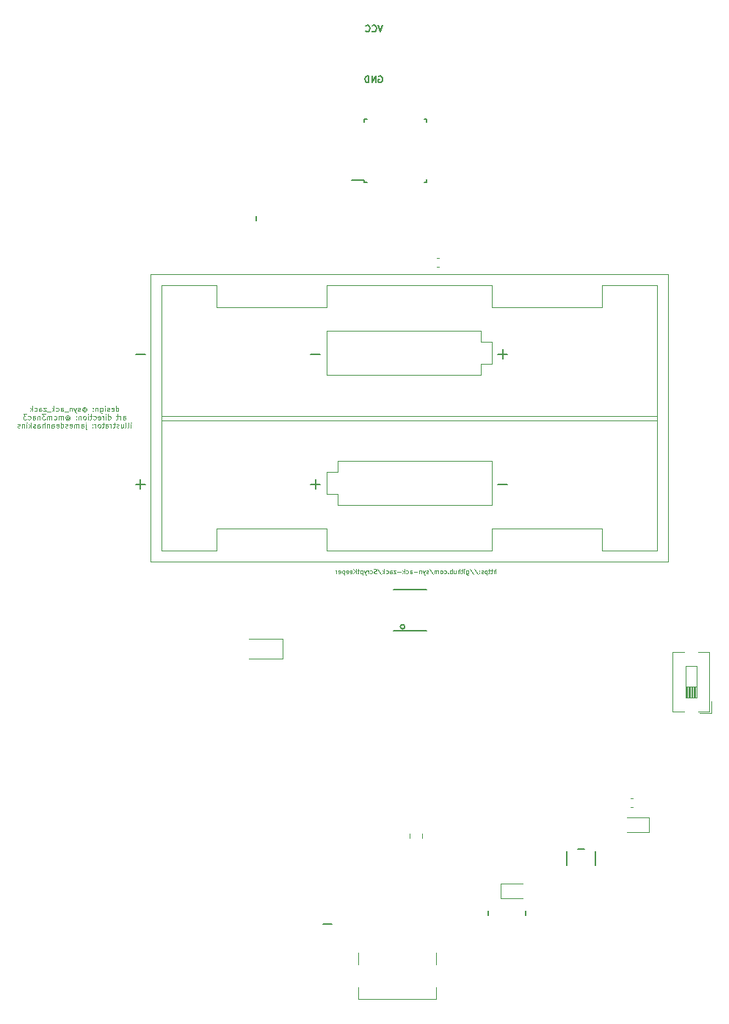
<source format=gbr>
G04 #@! TF.GenerationSoftware,KiCad,Pcbnew,(5.1.10)-1*
G04 #@! TF.CreationDate,2021-10-13T01:49:27-04:00*
G04 #@! TF.ProjectId,ScryptKeeper,53637279-7074-44b6-9565-7065722e6b69,rev?*
G04 #@! TF.SameCoordinates,Original*
G04 #@! TF.FileFunction,Legend,Bot*
G04 #@! TF.FilePolarity,Positive*
%FSLAX46Y46*%
G04 Gerber Fmt 4.6, Leading zero omitted, Abs format (unit mm)*
G04 Created by KiCad (PCBNEW (5.1.10)-1) date 2021-10-13 01:49:27*
%MOMM*%
%LPD*%
G01*
G04 APERTURE LIST*
%ADD10C,0.025000*%
%ADD11C,0.045000*%
%ADD12C,0.120000*%
%ADD13C,0.150000*%
%ADD14C,0.203200*%
%ADD15C,0.101600*%
G04 APERTURE END LIST*
D10*
X80334285Y-106906190D02*
X80334285Y-106406190D01*
X80120000Y-106906190D02*
X80120000Y-106644285D01*
X80143809Y-106596666D01*
X80191428Y-106572857D01*
X80262857Y-106572857D01*
X80310476Y-106596666D01*
X80334285Y-106620476D01*
X79953333Y-106572857D02*
X79762857Y-106572857D01*
X79881904Y-106406190D02*
X79881904Y-106834761D01*
X79858095Y-106882380D01*
X79810476Y-106906190D01*
X79762857Y-106906190D01*
X79667619Y-106572857D02*
X79477142Y-106572857D01*
X79596190Y-106406190D02*
X79596190Y-106834761D01*
X79572380Y-106882380D01*
X79524761Y-106906190D01*
X79477142Y-106906190D01*
X79310476Y-106572857D02*
X79310476Y-107072857D01*
X79310476Y-106596666D02*
X79262857Y-106572857D01*
X79167619Y-106572857D01*
X79120000Y-106596666D01*
X79096190Y-106620476D01*
X79072380Y-106668095D01*
X79072380Y-106810952D01*
X79096190Y-106858571D01*
X79120000Y-106882380D01*
X79167619Y-106906190D01*
X79262857Y-106906190D01*
X79310476Y-106882380D01*
X78881904Y-106882380D02*
X78834285Y-106906190D01*
X78739047Y-106906190D01*
X78691428Y-106882380D01*
X78667619Y-106834761D01*
X78667619Y-106810952D01*
X78691428Y-106763333D01*
X78739047Y-106739523D01*
X78810476Y-106739523D01*
X78858095Y-106715714D01*
X78881904Y-106668095D01*
X78881904Y-106644285D01*
X78858095Y-106596666D01*
X78810476Y-106572857D01*
X78739047Y-106572857D01*
X78691428Y-106596666D01*
X78453333Y-106858571D02*
X78429523Y-106882380D01*
X78453333Y-106906190D01*
X78477142Y-106882380D01*
X78453333Y-106858571D01*
X78453333Y-106906190D01*
X78453333Y-106596666D02*
X78429523Y-106620476D01*
X78453333Y-106644285D01*
X78477142Y-106620476D01*
X78453333Y-106596666D01*
X78453333Y-106644285D01*
X77858095Y-106382380D02*
X78286666Y-107025238D01*
X77334285Y-106382380D02*
X77762857Y-107025238D01*
X76953333Y-106572857D02*
X76953333Y-106977619D01*
X76977142Y-107025238D01*
X77000952Y-107049047D01*
X77048571Y-107072857D01*
X77120000Y-107072857D01*
X77167619Y-107049047D01*
X76953333Y-106882380D02*
X77000952Y-106906190D01*
X77096190Y-106906190D01*
X77143809Y-106882380D01*
X77167619Y-106858571D01*
X77191428Y-106810952D01*
X77191428Y-106668095D01*
X77167619Y-106620476D01*
X77143809Y-106596666D01*
X77096190Y-106572857D01*
X77000952Y-106572857D01*
X76953333Y-106596666D01*
X76715238Y-106906190D02*
X76715238Y-106572857D01*
X76715238Y-106406190D02*
X76739047Y-106430000D01*
X76715238Y-106453809D01*
X76691428Y-106430000D01*
X76715238Y-106406190D01*
X76715238Y-106453809D01*
X76548571Y-106572857D02*
X76358095Y-106572857D01*
X76477142Y-106406190D02*
X76477142Y-106834761D01*
X76453333Y-106882380D01*
X76405714Y-106906190D01*
X76358095Y-106906190D01*
X76191428Y-106906190D02*
X76191428Y-106406190D01*
X75977142Y-106906190D02*
X75977142Y-106644285D01*
X76000952Y-106596666D01*
X76048571Y-106572857D01*
X76120000Y-106572857D01*
X76167619Y-106596666D01*
X76191428Y-106620476D01*
X75524761Y-106572857D02*
X75524761Y-106906190D01*
X75739047Y-106572857D02*
X75739047Y-106834761D01*
X75715238Y-106882380D01*
X75667619Y-106906190D01*
X75596190Y-106906190D01*
X75548571Y-106882380D01*
X75524761Y-106858571D01*
X75286666Y-106906190D02*
X75286666Y-106406190D01*
X75286666Y-106596666D02*
X75239047Y-106572857D01*
X75143809Y-106572857D01*
X75096190Y-106596666D01*
X75072380Y-106620476D01*
X75048571Y-106668095D01*
X75048571Y-106810952D01*
X75072380Y-106858571D01*
X75096190Y-106882380D01*
X75143809Y-106906190D01*
X75239047Y-106906190D01*
X75286666Y-106882380D01*
X74834285Y-106858571D02*
X74810476Y-106882380D01*
X74834285Y-106906190D01*
X74858095Y-106882380D01*
X74834285Y-106858571D01*
X74834285Y-106906190D01*
X74381904Y-106882380D02*
X74429523Y-106906190D01*
X74524761Y-106906190D01*
X74572380Y-106882380D01*
X74596190Y-106858571D01*
X74620000Y-106810952D01*
X74620000Y-106668095D01*
X74596190Y-106620476D01*
X74572380Y-106596666D01*
X74524761Y-106572857D01*
X74429523Y-106572857D01*
X74381904Y-106596666D01*
X74096190Y-106906190D02*
X74143809Y-106882380D01*
X74167619Y-106858571D01*
X74191428Y-106810952D01*
X74191428Y-106668095D01*
X74167619Y-106620476D01*
X74143809Y-106596666D01*
X74096190Y-106572857D01*
X74024761Y-106572857D01*
X73977142Y-106596666D01*
X73953333Y-106620476D01*
X73929523Y-106668095D01*
X73929523Y-106810952D01*
X73953333Y-106858571D01*
X73977142Y-106882380D01*
X74024761Y-106906190D01*
X74096190Y-106906190D01*
X73715238Y-106906190D02*
X73715238Y-106572857D01*
X73715238Y-106620476D02*
X73691428Y-106596666D01*
X73643809Y-106572857D01*
X73572380Y-106572857D01*
X73524761Y-106596666D01*
X73500952Y-106644285D01*
X73500952Y-106906190D01*
X73500952Y-106644285D02*
X73477142Y-106596666D01*
X73429523Y-106572857D01*
X73358095Y-106572857D01*
X73310476Y-106596666D01*
X73286666Y-106644285D01*
X73286666Y-106906190D01*
X72691428Y-106382380D02*
X73120000Y-107025238D01*
X72548571Y-106882380D02*
X72500952Y-106906190D01*
X72405714Y-106906190D01*
X72358095Y-106882380D01*
X72334285Y-106834761D01*
X72334285Y-106810952D01*
X72358095Y-106763333D01*
X72405714Y-106739523D01*
X72477142Y-106739523D01*
X72524761Y-106715714D01*
X72548571Y-106668095D01*
X72548571Y-106644285D01*
X72524761Y-106596666D01*
X72477142Y-106572857D01*
X72405714Y-106572857D01*
X72358095Y-106596666D01*
X72167619Y-106572857D02*
X72048571Y-106906190D01*
X71929523Y-106572857D02*
X72048571Y-106906190D01*
X72096190Y-107025238D01*
X72120000Y-107049047D01*
X72167619Y-107072857D01*
X71739047Y-106572857D02*
X71739047Y-106906190D01*
X71739047Y-106620476D02*
X71715238Y-106596666D01*
X71667619Y-106572857D01*
X71596190Y-106572857D01*
X71548571Y-106596666D01*
X71524761Y-106644285D01*
X71524761Y-106906190D01*
X71286666Y-106715714D02*
X70905714Y-106715714D01*
X70453333Y-106906190D02*
X70453333Y-106644285D01*
X70477142Y-106596666D01*
X70524761Y-106572857D01*
X70620000Y-106572857D01*
X70667619Y-106596666D01*
X70453333Y-106882380D02*
X70500952Y-106906190D01*
X70620000Y-106906190D01*
X70667619Y-106882380D01*
X70691428Y-106834761D01*
X70691428Y-106787142D01*
X70667619Y-106739523D01*
X70620000Y-106715714D01*
X70500952Y-106715714D01*
X70453333Y-106691904D01*
X70000952Y-106882380D02*
X70048571Y-106906190D01*
X70143809Y-106906190D01*
X70191428Y-106882380D01*
X70215238Y-106858571D01*
X70239047Y-106810952D01*
X70239047Y-106668095D01*
X70215238Y-106620476D01*
X70191428Y-106596666D01*
X70143809Y-106572857D01*
X70048571Y-106572857D01*
X70000952Y-106596666D01*
X69786666Y-106906190D02*
X69786666Y-106406190D01*
X69739047Y-106715714D02*
X69596190Y-106906190D01*
X69596190Y-106572857D02*
X69786666Y-106763333D01*
X69381904Y-106715714D02*
X69000952Y-106715714D01*
X68810476Y-106572857D02*
X68548571Y-106572857D01*
X68810476Y-106906190D01*
X68548571Y-106906190D01*
X68143809Y-106906190D02*
X68143809Y-106644285D01*
X68167619Y-106596666D01*
X68215238Y-106572857D01*
X68310476Y-106572857D01*
X68358095Y-106596666D01*
X68143809Y-106882380D02*
X68191428Y-106906190D01*
X68310476Y-106906190D01*
X68358095Y-106882380D01*
X68381904Y-106834761D01*
X68381904Y-106787142D01*
X68358095Y-106739523D01*
X68310476Y-106715714D01*
X68191428Y-106715714D01*
X68143809Y-106691904D01*
X67691428Y-106882380D02*
X67739047Y-106906190D01*
X67834285Y-106906190D01*
X67881904Y-106882380D01*
X67905714Y-106858571D01*
X67929523Y-106810952D01*
X67929523Y-106668095D01*
X67905714Y-106620476D01*
X67881904Y-106596666D01*
X67834285Y-106572857D01*
X67739047Y-106572857D01*
X67691428Y-106596666D01*
X67477142Y-106906190D02*
X67477142Y-106406190D01*
X67429523Y-106715714D02*
X67286666Y-106906190D01*
X67286666Y-106572857D02*
X67477142Y-106763333D01*
X66715238Y-106382380D02*
X67143809Y-107025238D01*
X66572380Y-106882380D02*
X66500952Y-106906190D01*
X66381904Y-106906190D01*
X66334285Y-106882380D01*
X66310476Y-106858571D01*
X66286666Y-106810952D01*
X66286666Y-106763333D01*
X66310476Y-106715714D01*
X66334285Y-106691904D01*
X66381904Y-106668095D01*
X66477142Y-106644285D01*
X66524761Y-106620476D01*
X66548571Y-106596666D01*
X66572380Y-106549047D01*
X66572380Y-106501428D01*
X66548571Y-106453809D01*
X66524761Y-106430000D01*
X66477142Y-106406190D01*
X66358095Y-106406190D01*
X66286666Y-106430000D01*
X65858095Y-106882380D02*
X65905714Y-106906190D01*
X66000952Y-106906190D01*
X66048571Y-106882380D01*
X66072380Y-106858571D01*
X66096190Y-106810952D01*
X66096190Y-106668095D01*
X66072380Y-106620476D01*
X66048571Y-106596666D01*
X66000952Y-106572857D01*
X65905714Y-106572857D01*
X65858095Y-106596666D01*
X65643809Y-106906190D02*
X65643809Y-106572857D01*
X65643809Y-106668095D02*
X65620000Y-106620476D01*
X65596190Y-106596666D01*
X65548571Y-106572857D01*
X65500952Y-106572857D01*
X65381904Y-106572857D02*
X65262857Y-106906190D01*
X65143809Y-106572857D02*
X65262857Y-106906190D01*
X65310476Y-107025238D01*
X65334285Y-107049047D01*
X65381904Y-107072857D01*
X64953333Y-106572857D02*
X64953333Y-107072857D01*
X64953333Y-106596666D02*
X64905714Y-106572857D01*
X64810476Y-106572857D01*
X64762857Y-106596666D01*
X64739047Y-106620476D01*
X64715238Y-106668095D01*
X64715238Y-106810952D01*
X64739047Y-106858571D01*
X64762857Y-106882380D01*
X64810476Y-106906190D01*
X64905714Y-106906190D01*
X64953333Y-106882380D01*
X64572380Y-106572857D02*
X64381904Y-106572857D01*
X64500952Y-106406190D02*
X64500952Y-106834761D01*
X64477142Y-106882380D01*
X64429523Y-106906190D01*
X64381904Y-106906190D01*
X64215238Y-106906190D02*
X64215238Y-106406190D01*
X63929523Y-106906190D02*
X64143809Y-106620476D01*
X63929523Y-106406190D02*
X64215238Y-106691904D01*
X63524761Y-106882380D02*
X63572380Y-106906190D01*
X63667619Y-106906190D01*
X63715238Y-106882380D01*
X63739047Y-106834761D01*
X63739047Y-106644285D01*
X63715238Y-106596666D01*
X63667619Y-106572857D01*
X63572380Y-106572857D01*
X63524761Y-106596666D01*
X63500952Y-106644285D01*
X63500952Y-106691904D01*
X63739047Y-106739523D01*
X63096190Y-106882380D02*
X63143809Y-106906190D01*
X63239047Y-106906190D01*
X63286666Y-106882380D01*
X63310476Y-106834761D01*
X63310476Y-106644285D01*
X63286666Y-106596666D01*
X63239047Y-106572857D01*
X63143809Y-106572857D01*
X63096190Y-106596666D01*
X63072380Y-106644285D01*
X63072380Y-106691904D01*
X63310476Y-106739523D01*
X62858095Y-106572857D02*
X62858095Y-107072857D01*
X62858095Y-106596666D02*
X62810476Y-106572857D01*
X62715238Y-106572857D01*
X62667619Y-106596666D01*
X62643809Y-106620476D01*
X62620000Y-106668095D01*
X62620000Y-106810952D01*
X62643809Y-106858571D01*
X62667619Y-106882380D01*
X62715238Y-106906190D01*
X62810476Y-106906190D01*
X62858095Y-106882380D01*
X62215238Y-106882380D02*
X62262857Y-106906190D01*
X62358095Y-106906190D01*
X62405714Y-106882380D01*
X62429523Y-106834761D01*
X62429523Y-106644285D01*
X62405714Y-106596666D01*
X62358095Y-106572857D01*
X62262857Y-106572857D01*
X62215238Y-106596666D01*
X62191428Y-106644285D01*
X62191428Y-106691904D01*
X62429523Y-106739523D01*
X61977142Y-106906190D02*
X61977142Y-106572857D01*
X61977142Y-106668095D02*
X61953333Y-106620476D01*
X61929523Y-106596666D01*
X61881904Y-106572857D01*
X61834285Y-106572857D01*
D11*
X36550000Y-88226428D02*
X36550000Y-87626428D01*
X36550000Y-88197857D02*
X36607142Y-88226428D01*
X36721428Y-88226428D01*
X36778571Y-88197857D01*
X36807142Y-88169285D01*
X36835714Y-88112142D01*
X36835714Y-87940714D01*
X36807142Y-87883571D01*
X36778571Y-87855000D01*
X36721428Y-87826428D01*
X36607142Y-87826428D01*
X36550000Y-87855000D01*
X36035714Y-88197857D02*
X36092857Y-88226428D01*
X36207142Y-88226428D01*
X36264285Y-88197857D01*
X36292857Y-88140714D01*
X36292857Y-87912142D01*
X36264285Y-87855000D01*
X36207142Y-87826428D01*
X36092857Y-87826428D01*
X36035714Y-87855000D01*
X36007142Y-87912142D01*
X36007142Y-87969285D01*
X36292857Y-88026428D01*
X35778571Y-88197857D02*
X35721428Y-88226428D01*
X35607142Y-88226428D01*
X35550000Y-88197857D01*
X35521428Y-88140714D01*
X35521428Y-88112142D01*
X35550000Y-88055000D01*
X35607142Y-88026428D01*
X35692857Y-88026428D01*
X35750000Y-87997857D01*
X35778571Y-87940714D01*
X35778571Y-87912142D01*
X35750000Y-87855000D01*
X35692857Y-87826428D01*
X35607142Y-87826428D01*
X35550000Y-87855000D01*
X35264285Y-88226428D02*
X35264285Y-87826428D01*
X35264285Y-87626428D02*
X35292857Y-87655000D01*
X35264285Y-87683571D01*
X35235714Y-87655000D01*
X35264285Y-87626428D01*
X35264285Y-87683571D01*
X34721428Y-87826428D02*
X34721428Y-88312142D01*
X34750000Y-88369285D01*
X34778571Y-88397857D01*
X34835714Y-88426428D01*
X34921428Y-88426428D01*
X34978571Y-88397857D01*
X34721428Y-88197857D02*
X34778571Y-88226428D01*
X34892857Y-88226428D01*
X34950000Y-88197857D01*
X34978571Y-88169285D01*
X35007142Y-88112142D01*
X35007142Y-87940714D01*
X34978571Y-87883571D01*
X34950000Y-87855000D01*
X34892857Y-87826428D01*
X34778571Y-87826428D01*
X34721428Y-87855000D01*
X34435714Y-87826428D02*
X34435714Y-88226428D01*
X34435714Y-87883571D02*
X34407142Y-87855000D01*
X34350000Y-87826428D01*
X34264285Y-87826428D01*
X34207142Y-87855000D01*
X34178571Y-87912142D01*
X34178571Y-88226428D01*
X33892857Y-88169285D02*
X33864285Y-88197857D01*
X33892857Y-88226428D01*
X33921428Y-88197857D01*
X33892857Y-88169285D01*
X33892857Y-88226428D01*
X33892857Y-87855000D02*
X33864285Y-87883571D01*
X33892857Y-87912142D01*
X33921428Y-87883571D01*
X33892857Y-87855000D01*
X33892857Y-87912142D01*
X32778571Y-87940714D02*
X32807142Y-87912142D01*
X32864285Y-87883571D01*
X32921428Y-87883571D01*
X32978571Y-87912142D01*
X33007142Y-87940714D01*
X33035714Y-87997857D01*
X33035714Y-88055000D01*
X33007142Y-88112142D01*
X32978571Y-88140714D01*
X32921428Y-88169285D01*
X32864285Y-88169285D01*
X32807142Y-88140714D01*
X32778571Y-88112142D01*
X32778571Y-87883571D02*
X32778571Y-88112142D01*
X32750000Y-88140714D01*
X32721428Y-88140714D01*
X32664285Y-88112142D01*
X32635714Y-88055000D01*
X32635714Y-87912142D01*
X32692857Y-87826428D01*
X32778571Y-87769285D01*
X32892857Y-87740714D01*
X33007142Y-87769285D01*
X33092857Y-87826428D01*
X33150000Y-87912142D01*
X33178571Y-88026428D01*
X33150000Y-88140714D01*
X33092857Y-88226428D01*
X33007142Y-88283571D01*
X32892857Y-88312142D01*
X32778571Y-88283571D01*
X32692857Y-88226428D01*
X32407142Y-88197857D02*
X32350000Y-88226428D01*
X32235714Y-88226428D01*
X32178571Y-88197857D01*
X32150000Y-88140714D01*
X32150000Y-88112142D01*
X32178571Y-88055000D01*
X32235714Y-88026428D01*
X32321428Y-88026428D01*
X32378571Y-87997857D01*
X32407142Y-87940714D01*
X32407142Y-87912142D01*
X32378571Y-87855000D01*
X32321428Y-87826428D01*
X32235714Y-87826428D01*
X32178571Y-87855000D01*
X31950000Y-87826428D02*
X31807142Y-88226428D01*
X31664285Y-87826428D02*
X31807142Y-88226428D01*
X31864285Y-88369285D01*
X31892857Y-88397857D01*
X31950000Y-88426428D01*
X31435714Y-87826428D02*
X31435714Y-88226428D01*
X31435714Y-87883571D02*
X31407142Y-87855000D01*
X31350000Y-87826428D01*
X31264285Y-87826428D01*
X31207142Y-87855000D01*
X31178571Y-87912142D01*
X31178571Y-88226428D01*
X31035714Y-88283571D02*
X30578571Y-88283571D01*
X30178571Y-88226428D02*
X30178571Y-87912142D01*
X30207142Y-87855000D01*
X30264285Y-87826428D01*
X30378571Y-87826428D01*
X30435714Y-87855000D01*
X30178571Y-88197857D02*
X30235714Y-88226428D01*
X30378571Y-88226428D01*
X30435714Y-88197857D01*
X30464285Y-88140714D01*
X30464285Y-88083571D01*
X30435714Y-88026428D01*
X30378571Y-87997857D01*
X30235714Y-87997857D01*
X30178571Y-87969285D01*
X29635714Y-88197857D02*
X29692857Y-88226428D01*
X29807142Y-88226428D01*
X29864285Y-88197857D01*
X29892857Y-88169285D01*
X29921428Y-88112142D01*
X29921428Y-87940714D01*
X29892857Y-87883571D01*
X29864285Y-87855000D01*
X29807142Y-87826428D01*
X29692857Y-87826428D01*
X29635714Y-87855000D01*
X29378571Y-88226428D02*
X29378571Y-87626428D01*
X29321428Y-87997857D02*
X29150000Y-88226428D01*
X29150000Y-87826428D02*
X29378571Y-88055000D01*
X29035714Y-88283571D02*
X28578571Y-88283571D01*
X28492857Y-87826428D02*
X28178571Y-87826428D01*
X28492857Y-88226428D01*
X28178571Y-88226428D01*
X27692857Y-88226428D02*
X27692857Y-87912142D01*
X27721428Y-87855000D01*
X27778571Y-87826428D01*
X27892857Y-87826428D01*
X27950000Y-87855000D01*
X27692857Y-88197857D02*
X27750000Y-88226428D01*
X27892857Y-88226428D01*
X27950000Y-88197857D01*
X27978571Y-88140714D01*
X27978571Y-88083571D01*
X27950000Y-88026428D01*
X27892857Y-87997857D01*
X27750000Y-87997857D01*
X27692857Y-87969285D01*
X27150000Y-88197857D02*
X27207142Y-88226428D01*
X27321428Y-88226428D01*
X27378571Y-88197857D01*
X27407142Y-88169285D01*
X27435714Y-88112142D01*
X27435714Y-87940714D01*
X27407142Y-87883571D01*
X27378571Y-87855000D01*
X27321428Y-87826428D01*
X27207142Y-87826428D01*
X27150000Y-87855000D01*
X26892857Y-88226428D02*
X26892857Y-87626428D01*
X26835714Y-87997857D02*
X26664285Y-88226428D01*
X26664285Y-87826428D02*
X26892857Y-88055000D01*
X37364285Y-89171428D02*
X37364285Y-88857142D01*
X37392857Y-88800000D01*
X37450000Y-88771428D01*
X37564285Y-88771428D01*
X37621428Y-88800000D01*
X37364285Y-89142857D02*
X37421428Y-89171428D01*
X37564285Y-89171428D01*
X37621428Y-89142857D01*
X37650000Y-89085714D01*
X37650000Y-89028571D01*
X37621428Y-88971428D01*
X37564285Y-88942857D01*
X37421428Y-88942857D01*
X37364285Y-88914285D01*
X37078571Y-89171428D02*
X37078571Y-88771428D01*
X37078571Y-88885714D02*
X37050000Y-88828571D01*
X37021428Y-88800000D01*
X36964285Y-88771428D01*
X36907142Y-88771428D01*
X36792857Y-88771428D02*
X36564285Y-88771428D01*
X36707142Y-88571428D02*
X36707142Y-89085714D01*
X36678571Y-89142857D01*
X36621428Y-89171428D01*
X36564285Y-89171428D01*
X35650000Y-89171428D02*
X35650000Y-88571428D01*
X35650000Y-89142857D02*
X35707142Y-89171428D01*
X35821428Y-89171428D01*
X35878571Y-89142857D01*
X35907142Y-89114285D01*
X35935714Y-89057142D01*
X35935714Y-88885714D01*
X35907142Y-88828571D01*
X35878571Y-88800000D01*
X35821428Y-88771428D01*
X35707142Y-88771428D01*
X35650000Y-88800000D01*
X35364285Y-89171428D02*
X35364285Y-88771428D01*
X35364285Y-88571428D02*
X35392857Y-88600000D01*
X35364285Y-88628571D01*
X35335714Y-88600000D01*
X35364285Y-88571428D01*
X35364285Y-88628571D01*
X35078571Y-89171428D02*
X35078571Y-88771428D01*
X35078571Y-88885714D02*
X35050000Y-88828571D01*
X35021428Y-88800000D01*
X34964285Y-88771428D01*
X34907142Y-88771428D01*
X34478571Y-89142857D02*
X34535714Y-89171428D01*
X34650000Y-89171428D01*
X34707142Y-89142857D01*
X34735714Y-89085714D01*
X34735714Y-88857142D01*
X34707142Y-88800000D01*
X34650000Y-88771428D01*
X34535714Y-88771428D01*
X34478571Y-88800000D01*
X34450000Y-88857142D01*
X34450000Y-88914285D01*
X34735714Y-88971428D01*
X33935714Y-89142857D02*
X33992857Y-89171428D01*
X34107142Y-89171428D01*
X34164285Y-89142857D01*
X34192857Y-89114285D01*
X34221428Y-89057142D01*
X34221428Y-88885714D01*
X34192857Y-88828571D01*
X34164285Y-88800000D01*
X34107142Y-88771428D01*
X33992857Y-88771428D01*
X33935714Y-88800000D01*
X33764285Y-88771428D02*
X33535714Y-88771428D01*
X33678571Y-88571428D02*
X33678571Y-89085714D01*
X33650000Y-89142857D01*
X33592857Y-89171428D01*
X33535714Y-89171428D01*
X33335714Y-89171428D02*
X33335714Y-88771428D01*
X33335714Y-88571428D02*
X33364285Y-88600000D01*
X33335714Y-88628571D01*
X33307142Y-88600000D01*
X33335714Y-88571428D01*
X33335714Y-88628571D01*
X32964285Y-89171428D02*
X33021428Y-89142857D01*
X33050000Y-89114285D01*
X33078571Y-89057142D01*
X33078571Y-88885714D01*
X33050000Y-88828571D01*
X33021428Y-88800000D01*
X32964285Y-88771428D01*
X32878571Y-88771428D01*
X32821428Y-88800000D01*
X32792857Y-88828571D01*
X32764285Y-88885714D01*
X32764285Y-89057142D01*
X32792857Y-89114285D01*
X32821428Y-89142857D01*
X32878571Y-89171428D01*
X32964285Y-89171428D01*
X32507142Y-88771428D02*
X32507142Y-89171428D01*
X32507142Y-88828571D02*
X32478571Y-88800000D01*
X32421428Y-88771428D01*
X32335714Y-88771428D01*
X32278571Y-88800000D01*
X32250000Y-88857142D01*
X32250000Y-89171428D01*
X31964285Y-89114285D02*
X31935714Y-89142857D01*
X31964285Y-89171428D01*
X31992857Y-89142857D01*
X31964285Y-89114285D01*
X31964285Y-89171428D01*
X31964285Y-88800000D02*
X31935714Y-88828571D01*
X31964285Y-88857142D01*
X31992857Y-88828571D01*
X31964285Y-88800000D01*
X31964285Y-88857142D01*
X30850000Y-88885714D02*
X30878571Y-88857142D01*
X30935714Y-88828571D01*
X30992857Y-88828571D01*
X31050000Y-88857142D01*
X31078571Y-88885714D01*
X31107142Y-88942857D01*
X31107142Y-89000000D01*
X31078571Y-89057142D01*
X31050000Y-89085714D01*
X30992857Y-89114285D01*
X30935714Y-89114285D01*
X30878571Y-89085714D01*
X30850000Y-89057142D01*
X30850000Y-88828571D02*
X30850000Y-89057142D01*
X30821428Y-89085714D01*
X30792857Y-89085714D01*
X30735714Y-89057142D01*
X30707142Y-89000000D01*
X30707142Y-88857142D01*
X30764285Y-88771428D01*
X30850000Y-88714285D01*
X30964285Y-88685714D01*
X31078571Y-88714285D01*
X31164285Y-88771428D01*
X31221428Y-88857142D01*
X31250000Y-88971428D01*
X31221428Y-89085714D01*
X31164285Y-89171428D01*
X31078571Y-89228571D01*
X30964285Y-89257142D01*
X30850000Y-89228571D01*
X30764285Y-89171428D01*
X30450000Y-89171428D02*
X30450000Y-88771428D01*
X30450000Y-88828571D02*
X30421428Y-88800000D01*
X30364285Y-88771428D01*
X30278571Y-88771428D01*
X30221428Y-88800000D01*
X30192857Y-88857142D01*
X30192857Y-89171428D01*
X30192857Y-88857142D02*
X30164285Y-88800000D01*
X30107142Y-88771428D01*
X30021428Y-88771428D01*
X29964285Y-88800000D01*
X29935714Y-88857142D01*
X29935714Y-89171428D01*
X29392857Y-89142857D02*
X29450000Y-89171428D01*
X29564285Y-89171428D01*
X29621428Y-89142857D01*
X29650000Y-89114285D01*
X29678571Y-89057142D01*
X29678571Y-88885714D01*
X29650000Y-88828571D01*
X29621428Y-88800000D01*
X29564285Y-88771428D01*
X29450000Y-88771428D01*
X29392857Y-88800000D01*
X29135714Y-89171428D02*
X29135714Y-88771428D01*
X29135714Y-88828571D02*
X29107142Y-88800000D01*
X29050000Y-88771428D01*
X28964285Y-88771428D01*
X28907142Y-88800000D01*
X28878571Y-88857142D01*
X28878571Y-89171428D01*
X28878571Y-88857142D02*
X28850000Y-88800000D01*
X28792857Y-88771428D01*
X28707142Y-88771428D01*
X28650000Y-88800000D01*
X28621428Y-88857142D01*
X28621428Y-89171428D01*
X28392857Y-88571428D02*
X28021428Y-88571428D01*
X28221428Y-88800000D01*
X28135714Y-88800000D01*
X28078571Y-88828571D01*
X28050000Y-88857142D01*
X28021428Y-88914285D01*
X28021428Y-89057142D01*
X28050000Y-89114285D01*
X28078571Y-89142857D01*
X28135714Y-89171428D01*
X28307142Y-89171428D01*
X28364285Y-89142857D01*
X28392857Y-89114285D01*
X27764285Y-88771428D02*
X27764285Y-89171428D01*
X27764285Y-88828571D02*
X27735714Y-88800000D01*
X27678571Y-88771428D01*
X27592857Y-88771428D01*
X27535714Y-88800000D01*
X27507142Y-88857142D01*
X27507142Y-89171428D01*
X26964285Y-89171428D02*
X26964285Y-88857142D01*
X26992857Y-88800000D01*
X27050000Y-88771428D01*
X27164285Y-88771428D01*
X27221428Y-88800000D01*
X26964285Y-89142857D02*
X27021428Y-89171428D01*
X27164285Y-89171428D01*
X27221428Y-89142857D01*
X27250000Y-89085714D01*
X27250000Y-89028571D01*
X27221428Y-88971428D01*
X27164285Y-88942857D01*
X27021428Y-88942857D01*
X26964285Y-88914285D01*
X26421428Y-89142857D02*
X26478571Y-89171428D01*
X26592857Y-89171428D01*
X26650000Y-89142857D01*
X26678571Y-89114285D01*
X26707142Y-89057142D01*
X26707142Y-88885714D01*
X26678571Y-88828571D01*
X26650000Y-88800000D01*
X26592857Y-88771428D01*
X26478571Y-88771428D01*
X26421428Y-88800000D01*
X26221428Y-88571428D02*
X25850000Y-88571428D01*
X26050000Y-88800000D01*
X25964285Y-88800000D01*
X25907142Y-88828571D01*
X25878571Y-88857142D01*
X25850000Y-88914285D01*
X25850000Y-89057142D01*
X25878571Y-89114285D01*
X25907142Y-89142857D01*
X25964285Y-89171428D01*
X26135714Y-89171428D01*
X26192857Y-89142857D01*
X26221428Y-89114285D01*
X38278571Y-90116428D02*
X38278571Y-89716428D01*
X38278571Y-89516428D02*
X38307142Y-89545000D01*
X38278571Y-89573571D01*
X38250000Y-89545000D01*
X38278571Y-89516428D01*
X38278571Y-89573571D01*
X37907142Y-90116428D02*
X37964285Y-90087857D01*
X37992857Y-90030714D01*
X37992857Y-89516428D01*
X37592857Y-90116428D02*
X37650000Y-90087857D01*
X37678571Y-90030714D01*
X37678571Y-89516428D01*
X37107142Y-89716428D02*
X37107142Y-90116428D01*
X37364285Y-89716428D02*
X37364285Y-90030714D01*
X37335714Y-90087857D01*
X37278571Y-90116428D01*
X37192857Y-90116428D01*
X37135714Y-90087857D01*
X37107142Y-90059285D01*
X36850000Y-90087857D02*
X36792857Y-90116428D01*
X36678571Y-90116428D01*
X36621428Y-90087857D01*
X36592857Y-90030714D01*
X36592857Y-90002142D01*
X36621428Y-89945000D01*
X36678571Y-89916428D01*
X36764285Y-89916428D01*
X36821428Y-89887857D01*
X36850000Y-89830714D01*
X36850000Y-89802142D01*
X36821428Y-89745000D01*
X36764285Y-89716428D01*
X36678571Y-89716428D01*
X36621428Y-89745000D01*
X36421428Y-89716428D02*
X36192857Y-89716428D01*
X36335714Y-89516428D02*
X36335714Y-90030714D01*
X36307142Y-90087857D01*
X36250000Y-90116428D01*
X36192857Y-90116428D01*
X35992857Y-90116428D02*
X35992857Y-89716428D01*
X35992857Y-89830714D02*
X35964285Y-89773571D01*
X35935714Y-89745000D01*
X35878571Y-89716428D01*
X35821428Y-89716428D01*
X35364285Y-90116428D02*
X35364285Y-89802142D01*
X35392857Y-89745000D01*
X35450000Y-89716428D01*
X35564285Y-89716428D01*
X35621428Y-89745000D01*
X35364285Y-90087857D02*
X35421428Y-90116428D01*
X35564285Y-90116428D01*
X35621428Y-90087857D01*
X35650000Y-90030714D01*
X35650000Y-89973571D01*
X35621428Y-89916428D01*
X35564285Y-89887857D01*
X35421428Y-89887857D01*
X35364285Y-89859285D01*
X35164285Y-89716428D02*
X34935714Y-89716428D01*
X35078571Y-89516428D02*
X35078571Y-90030714D01*
X35050000Y-90087857D01*
X34992857Y-90116428D01*
X34935714Y-90116428D01*
X34650000Y-90116428D02*
X34707142Y-90087857D01*
X34735714Y-90059285D01*
X34764285Y-90002142D01*
X34764285Y-89830714D01*
X34735714Y-89773571D01*
X34707142Y-89745000D01*
X34650000Y-89716428D01*
X34564285Y-89716428D01*
X34507142Y-89745000D01*
X34478571Y-89773571D01*
X34450000Y-89830714D01*
X34450000Y-90002142D01*
X34478571Y-90059285D01*
X34507142Y-90087857D01*
X34564285Y-90116428D01*
X34650000Y-90116428D01*
X34192857Y-90116428D02*
X34192857Y-89716428D01*
X34192857Y-89830714D02*
X34164285Y-89773571D01*
X34135714Y-89745000D01*
X34078571Y-89716428D01*
X34021428Y-89716428D01*
X33821428Y-90059285D02*
X33792857Y-90087857D01*
X33821428Y-90116428D01*
X33850000Y-90087857D01*
X33821428Y-90059285D01*
X33821428Y-90116428D01*
X33821428Y-89745000D02*
X33792857Y-89773571D01*
X33821428Y-89802142D01*
X33850000Y-89773571D01*
X33821428Y-89745000D01*
X33821428Y-89802142D01*
X33078571Y-89716428D02*
X33078571Y-90230714D01*
X33107142Y-90287857D01*
X33164285Y-90316428D01*
X33192857Y-90316428D01*
X33078571Y-89516428D02*
X33107142Y-89545000D01*
X33078571Y-89573571D01*
X33050000Y-89545000D01*
X33078571Y-89516428D01*
X33078571Y-89573571D01*
X32535714Y-90116428D02*
X32535714Y-89802142D01*
X32564285Y-89745000D01*
X32621428Y-89716428D01*
X32735714Y-89716428D01*
X32792857Y-89745000D01*
X32535714Y-90087857D02*
X32592857Y-90116428D01*
X32735714Y-90116428D01*
X32792857Y-90087857D01*
X32821428Y-90030714D01*
X32821428Y-89973571D01*
X32792857Y-89916428D01*
X32735714Y-89887857D01*
X32592857Y-89887857D01*
X32535714Y-89859285D01*
X32250000Y-90116428D02*
X32250000Y-89716428D01*
X32250000Y-89773571D02*
X32221428Y-89745000D01*
X32164285Y-89716428D01*
X32078571Y-89716428D01*
X32021428Y-89745000D01*
X31992857Y-89802142D01*
X31992857Y-90116428D01*
X31992857Y-89802142D02*
X31964285Y-89745000D01*
X31907142Y-89716428D01*
X31821428Y-89716428D01*
X31764285Y-89745000D01*
X31735714Y-89802142D01*
X31735714Y-90116428D01*
X31221428Y-90087857D02*
X31278571Y-90116428D01*
X31392857Y-90116428D01*
X31450000Y-90087857D01*
X31478571Y-90030714D01*
X31478571Y-89802142D01*
X31450000Y-89745000D01*
X31392857Y-89716428D01*
X31278571Y-89716428D01*
X31221428Y-89745000D01*
X31192857Y-89802142D01*
X31192857Y-89859285D01*
X31478571Y-89916428D01*
X30964285Y-90087857D02*
X30907142Y-90116428D01*
X30792857Y-90116428D01*
X30735714Y-90087857D01*
X30707142Y-90030714D01*
X30707142Y-90002142D01*
X30735714Y-89945000D01*
X30792857Y-89916428D01*
X30878571Y-89916428D01*
X30935714Y-89887857D01*
X30964285Y-89830714D01*
X30964285Y-89802142D01*
X30935714Y-89745000D01*
X30878571Y-89716428D01*
X30792857Y-89716428D01*
X30735714Y-89745000D01*
X30192857Y-90116428D02*
X30192857Y-89516428D01*
X30192857Y-90087857D02*
X30250000Y-90116428D01*
X30364285Y-90116428D01*
X30421428Y-90087857D01*
X30450000Y-90059285D01*
X30478571Y-90002142D01*
X30478571Y-89830714D01*
X30450000Y-89773571D01*
X30421428Y-89745000D01*
X30364285Y-89716428D01*
X30250000Y-89716428D01*
X30192857Y-89745000D01*
X29678571Y-90087857D02*
X29735714Y-90116428D01*
X29850000Y-90116428D01*
X29907142Y-90087857D01*
X29935714Y-90030714D01*
X29935714Y-89802142D01*
X29907142Y-89745000D01*
X29850000Y-89716428D01*
X29735714Y-89716428D01*
X29678571Y-89745000D01*
X29650000Y-89802142D01*
X29650000Y-89859285D01*
X29935714Y-89916428D01*
X29135714Y-90116428D02*
X29135714Y-89802142D01*
X29164285Y-89745000D01*
X29221428Y-89716428D01*
X29335714Y-89716428D01*
X29392857Y-89745000D01*
X29135714Y-90087857D02*
X29192857Y-90116428D01*
X29335714Y-90116428D01*
X29392857Y-90087857D01*
X29421428Y-90030714D01*
X29421428Y-89973571D01*
X29392857Y-89916428D01*
X29335714Y-89887857D01*
X29192857Y-89887857D01*
X29135714Y-89859285D01*
X28850000Y-89716428D02*
X28850000Y-90116428D01*
X28850000Y-89773571D02*
X28821428Y-89745000D01*
X28764285Y-89716428D01*
X28678571Y-89716428D01*
X28621428Y-89745000D01*
X28592857Y-89802142D01*
X28592857Y-90116428D01*
X28307142Y-90116428D02*
X28307142Y-89516428D01*
X28050000Y-90116428D02*
X28050000Y-89802142D01*
X28078571Y-89745000D01*
X28135714Y-89716428D01*
X28221428Y-89716428D01*
X28278571Y-89745000D01*
X28307142Y-89773571D01*
X27507142Y-90116428D02*
X27507142Y-89802142D01*
X27535714Y-89745000D01*
X27592857Y-89716428D01*
X27707142Y-89716428D01*
X27764285Y-89745000D01*
X27507142Y-90087857D02*
X27564285Y-90116428D01*
X27707142Y-90116428D01*
X27764285Y-90087857D01*
X27792857Y-90030714D01*
X27792857Y-89973571D01*
X27764285Y-89916428D01*
X27707142Y-89887857D01*
X27564285Y-89887857D01*
X27507142Y-89859285D01*
X27250000Y-90087857D02*
X27192857Y-90116428D01*
X27078571Y-90116428D01*
X27021428Y-90087857D01*
X26992857Y-90030714D01*
X26992857Y-90002142D01*
X27021428Y-89945000D01*
X27078571Y-89916428D01*
X27164285Y-89916428D01*
X27221428Y-89887857D01*
X27250000Y-89830714D01*
X27250000Y-89802142D01*
X27221428Y-89745000D01*
X27164285Y-89716428D01*
X27078571Y-89716428D01*
X27021428Y-89745000D01*
X26735714Y-90116428D02*
X26735714Y-89516428D01*
X26678571Y-89887857D02*
X26507142Y-90116428D01*
X26507142Y-89716428D02*
X26735714Y-89945000D01*
X26250000Y-90116428D02*
X26250000Y-89716428D01*
X26250000Y-89516428D02*
X26278571Y-89545000D01*
X26250000Y-89573571D01*
X26221428Y-89545000D01*
X26250000Y-89516428D01*
X26250000Y-89573571D01*
X25964285Y-89716428D02*
X25964285Y-90116428D01*
X25964285Y-89773571D02*
X25935714Y-89745000D01*
X25878571Y-89716428D01*
X25792857Y-89716428D01*
X25735714Y-89745000D01*
X25707142Y-89802142D01*
X25707142Y-90116428D01*
X25450000Y-90087857D02*
X25392857Y-90116428D01*
X25278571Y-90116428D01*
X25221428Y-90087857D01*
X25192857Y-90030714D01*
X25192857Y-90002142D01*
X25221428Y-89945000D01*
X25278571Y-89916428D01*
X25364285Y-89916428D01*
X25421428Y-89887857D01*
X25450000Y-89830714D01*
X25450000Y-89802142D01*
X25421428Y-89745000D01*
X25364285Y-89716428D01*
X25278571Y-89716428D01*
X25221428Y-89745000D01*
D12*
X98020000Y-135040000D02*
X98020000Y-136740000D01*
X98020000Y-136740000D02*
X95470000Y-136740000D01*
X98020000Y-135040000D02*
X95470000Y-135040000D01*
D13*
X65150000Y-61625000D02*
X63725000Y-61625000D01*
X72400000Y-61850000D02*
X72075000Y-61850000D01*
X72400000Y-54600000D02*
X72075000Y-54600000D01*
X65150000Y-54600000D02*
X65475000Y-54600000D01*
X65150000Y-61850000D02*
X65475000Y-61850000D01*
X65150000Y-54600000D02*
X65150000Y-54925000D01*
X72400000Y-54600000D02*
X72400000Y-54925000D01*
X72400000Y-61850000D02*
X72400000Y-61525000D01*
X65150000Y-61850000D02*
X65150000Y-61625000D01*
D12*
X104980000Y-122790000D02*
X104980000Y-115970000D01*
X100760000Y-122790000D02*
X100760000Y-115970000D01*
X104980000Y-122790000D02*
X103670000Y-122790000D01*
X102070000Y-122790000D02*
X100760000Y-122790000D01*
X104980000Y-115970000D02*
X103670000Y-115970000D01*
X102070000Y-115970000D02*
X100760000Y-115970000D01*
X105220000Y-123030000D02*
X105220000Y-121647000D01*
X105220000Y-123030000D02*
X103837000Y-123030000D01*
X103505000Y-121190000D02*
X102235000Y-121190000D01*
X102235000Y-121190000D02*
X102235000Y-117570000D01*
X102235000Y-117570000D02*
X103505000Y-117570000D01*
X103505000Y-117570000D02*
X103505000Y-121190000D01*
X103385000Y-121190000D02*
X103385000Y-119983333D01*
X103265000Y-121190000D02*
X103265000Y-119983333D01*
X103145000Y-121190000D02*
X103145000Y-119983333D01*
X103025000Y-121190000D02*
X103025000Y-119983333D01*
X102905000Y-121190000D02*
X102905000Y-119983333D01*
X102785000Y-121190000D02*
X102785000Y-119983333D01*
X102665000Y-121190000D02*
X102665000Y-119983333D01*
X102545000Y-121190000D02*
X102545000Y-119983333D01*
X102425000Y-121190000D02*
X102425000Y-119983333D01*
X102305000Y-121190000D02*
X102305000Y-119983333D01*
X103505000Y-119983333D02*
X102235000Y-119983333D01*
X80880000Y-144360000D02*
X83430000Y-144360000D01*
X80880000Y-142660000D02*
X83430000Y-142660000D01*
X80880000Y-144360000D02*
X80880000Y-142660000D01*
X92555000Y-73735000D02*
X92555000Y-76275000D01*
X98930000Y-73735000D02*
X92555000Y-73735000D01*
X98930000Y-104315000D02*
X98930000Y-73735000D01*
X92555000Y-104315000D02*
X92555000Y-101775000D01*
X98930000Y-104315000D02*
X92555000Y-104315000D01*
X48105000Y-76275000D02*
X60805000Y-76275000D01*
X48105000Y-73735000D02*
X48105000Y-76275000D01*
X41760000Y-73735000D02*
X48105000Y-73735000D01*
X41760000Y-104315000D02*
X41760000Y-73735000D01*
X48105000Y-104315000D02*
X41760000Y-104315000D01*
X48105000Y-101775000D02*
X48105000Y-104315000D01*
X48105000Y-101775000D02*
X60805000Y-101775000D01*
X92555000Y-76275000D02*
X79855000Y-76275000D01*
X60805000Y-104315000D02*
X60805000Y-101775000D01*
X79855000Y-104315000D02*
X60805000Y-104315000D01*
X79855000Y-101775000D02*
X79855000Y-104315000D01*
X92555000Y-101775000D02*
X79855000Y-101775000D01*
X79855000Y-73735000D02*
X79855000Y-76275000D01*
X60805000Y-73735000D02*
X79855000Y-73735000D01*
X60805000Y-76275000D02*
X60805000Y-73735000D01*
X98930000Y-88771000D02*
X41760000Y-88771000D01*
X41760000Y-89279000D02*
X98930000Y-89279000D01*
X79855000Y-99060000D02*
X79855000Y-97790000D01*
X62075000Y-99060000D02*
X79855000Y-99060000D01*
X62075000Y-97790000D02*
X62075000Y-99060000D01*
X60805000Y-97790000D02*
X62075000Y-97790000D01*
X60805000Y-95250000D02*
X60805000Y-97790000D01*
X62075000Y-95250000D02*
X60805000Y-95250000D01*
X62075000Y-93980000D02*
X62075000Y-95250000D01*
X79855000Y-93980000D02*
X62075000Y-93980000D01*
X79855000Y-97790000D02*
X79855000Y-93980000D01*
X78585000Y-78990000D02*
X60805000Y-78990000D01*
X78585000Y-80260000D02*
X78585000Y-78990000D01*
X79855000Y-80260000D02*
X78585000Y-80260000D01*
X79855000Y-82800000D02*
X79855000Y-80260000D01*
X78585000Y-82800000D02*
X79855000Y-82800000D01*
X78585000Y-84070000D02*
X78585000Y-82800000D01*
X60805000Y-84070000D02*
X78585000Y-84070000D01*
X60805000Y-78990000D02*
X60805000Y-84070000D01*
X100200000Y-105585000D02*
X40490000Y-105585000D01*
X40490000Y-105585000D02*
X40490000Y-72465000D01*
X40490000Y-72465000D02*
X100200000Y-72465000D01*
X100200000Y-72465000D02*
X100200000Y-105585000D01*
X70385000Y-136898748D02*
X70385000Y-137421252D01*
X71855000Y-136898748D02*
X71855000Y-137421252D01*
X51870000Y-114435000D02*
X55755000Y-114435000D01*
X55755000Y-114435000D02*
X55755000Y-116705000D01*
X55755000Y-116705000D02*
X51870000Y-116705000D01*
D14*
X60452000Y-147320000D02*
X61468000Y-147320000D01*
D15*
X73435000Y-151945000D02*
X73435000Y-150595000D01*
X64495000Y-150595000D02*
X64495000Y-151945000D01*
X64495000Y-155945000D02*
X73435000Y-155945000D01*
X73435000Y-155945000D02*
X73435000Y-154595000D01*
X64495000Y-154595000D02*
X64495000Y-155945000D01*
D14*
X79502000Y-146304000D02*
X79502000Y-145796000D01*
X83820000Y-145796000D02*
X83820000Y-146304000D01*
X91820000Y-138900000D02*
X91820000Y-140500000D01*
X88520000Y-138900000D02*
X88520000Y-140500000D01*
X90570000Y-138650000D02*
X89770000Y-138650000D01*
X68585000Y-113525000D02*
X72385000Y-113525000D01*
X72385000Y-108725000D02*
X68585000Y-108725000D01*
X69850000Y-113055400D02*
G75*
G03*
X69850000Y-113055400I-254000J0D01*
G01*
X52705000Y-66294000D02*
X52705000Y-65786000D01*
D12*
X95884420Y-133860000D02*
X96165580Y-133860000D01*
X95884420Y-132840000D02*
X96165580Y-132840000D01*
X73519420Y-71630000D02*
X73800580Y-71630000D01*
X73519420Y-70610000D02*
X73800580Y-70610000D01*
D13*
X67274001Y-43765286D02*
X67024001Y-44515286D01*
X66774001Y-43765286D01*
X66095429Y-44443858D02*
X66131143Y-44479572D01*
X66238286Y-44515286D01*
X66309715Y-44515286D01*
X66416858Y-44479572D01*
X66488286Y-44408143D01*
X66524001Y-44336715D01*
X66559715Y-44193858D01*
X66559715Y-44086715D01*
X66524001Y-43943858D01*
X66488286Y-43872429D01*
X66416858Y-43801001D01*
X66309715Y-43765286D01*
X66238286Y-43765286D01*
X66131143Y-43801001D01*
X66095429Y-43836715D01*
X65345429Y-44443858D02*
X65381143Y-44479572D01*
X65488286Y-44515286D01*
X65559715Y-44515286D01*
X65666858Y-44479572D01*
X65738286Y-44408143D01*
X65774001Y-44336715D01*
X65809715Y-44193858D01*
X65809715Y-44086715D01*
X65774001Y-43943858D01*
X65738286Y-43872429D01*
X65666858Y-43801001D01*
X65559715Y-43765286D01*
X65488286Y-43765286D01*
X65381143Y-43801001D01*
X65345429Y-43836715D01*
X66845429Y-49643001D02*
X66916858Y-49607286D01*
X67024001Y-49607286D01*
X67131143Y-49643001D01*
X67202572Y-49714429D01*
X67238286Y-49785858D01*
X67274001Y-49928715D01*
X67274001Y-50035858D01*
X67238286Y-50178715D01*
X67202572Y-50250143D01*
X67131143Y-50321572D01*
X67024001Y-50357286D01*
X66952572Y-50357286D01*
X66845429Y-50321572D01*
X66809715Y-50285858D01*
X66809715Y-50035858D01*
X66952572Y-50035858D01*
X66488286Y-50357286D02*
X66488286Y-49607286D01*
X66059715Y-50357286D01*
X66059715Y-49607286D01*
X65702572Y-50357286D02*
X65702572Y-49607286D01*
X65524001Y-49607286D01*
X65416858Y-49643001D01*
X65345429Y-49714429D01*
X65309715Y-49785858D01*
X65274001Y-49928715D01*
X65274001Y-50035858D01*
X65309715Y-50178715D01*
X65345429Y-50250143D01*
X65416858Y-50321572D01*
X65524001Y-50357286D01*
X65702572Y-50357286D01*
X39941428Y-81637142D02*
X38798571Y-81637142D01*
X39941428Y-96627142D02*
X38798571Y-96627142D01*
X39370000Y-97198571D02*
X39370000Y-96055714D01*
X60106428Y-81637142D02*
X58963571Y-81637142D01*
X81696428Y-81637142D02*
X80553571Y-81637142D01*
X81125000Y-82208571D02*
X81125000Y-81065714D01*
X60106428Y-96627142D02*
X58963571Y-96627142D01*
X59535000Y-97198571D02*
X59535000Y-96055714D01*
X81696428Y-96627142D02*
X80553571Y-96627142D01*
M02*

</source>
